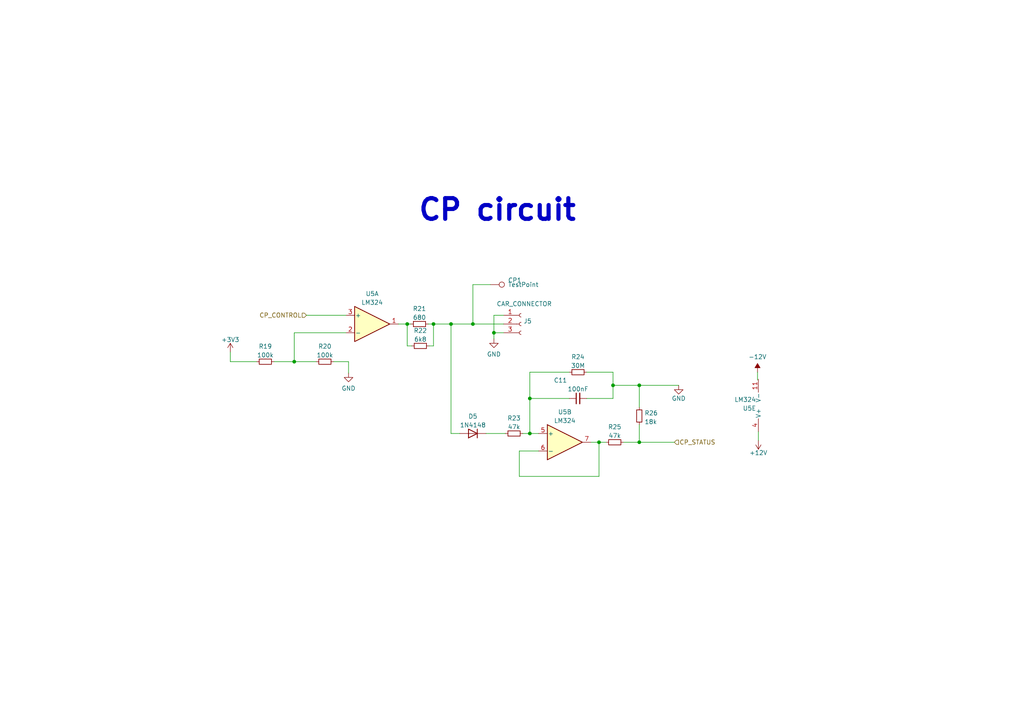
<source format=kicad_sch>
(kicad_sch (version 20230121) (generator eeschema)
  (paper "A4")
  (lib_symbols
    (symbol "Amplifier_Operational:LM324" (pin_names (offset 0.127))
      (property "Reference" "U" (at 0 5.08 0))
      (property "Value" "LM324" (at 0 -5.08 0))
      (symbol "LM324_1_1"
        (polyline (pts (xy -5.08 5.08) (xy 5.08 0) (xy -5.08 -5.08) (xy -5.08 5.08)) (stroke (width 0.254)) (fill (type background)))
        (pin output line (at 7.62 0 180) (length 2.54) (name "~") (number "1"))
        (pin input line (at -7.62 -2.54 0) (length 2.54) (name "-") (number "2"))
        (pin input line (at -7.62 2.54 0) (length 2.54) (name "+") (number "3"))
      )
      (symbol "LM324_2_1"
        (polyline (pts (xy -5.08 5.08) (xy 5.08 0) (xy -5.08 -5.08) (xy -5.08 5.08)) (stroke (width 0.254)) (fill (type background)))
        (pin input line (at -7.62 2.54 0) (length 2.54) (name "+") (number "5"))
        (pin input line (at -7.62 -2.54 0) (length 2.54) (name "-") (number "6"))
        (pin output line (at 7.62 0 180) (length 2.54) (name "~") (number "7"))
      )
      (symbol "LM324_3_1"
        (polyline (pts (xy -5.08 5.08) (xy 5.08 0) (xy -5.08 -5.08) (xy -5.08 5.08)) (stroke (width 0.254)) (fill (type background)))
        (pin input line (at -7.62 2.54 0) (length 2.54) (name "+") (number "10"))
        (pin output line (at 7.62 0 180) (length 2.54) (name "~") (number "8"))
        (pin input line (at -7.62 -2.54 0) (length 2.54) (name "-") (number "9"))
      )
      (symbol "LM324_4_1"
        (polyline (pts (xy -5.08 5.08) (xy 5.08 0) (xy -5.08 -5.08) (xy -5.08 5.08)) (stroke (width 0.254)) (fill (type background)))
        (pin input line (at -7.62 2.54 0) (length 2.54) (name "+") (number "12"))
        (pin input line (at -7.62 -2.54 0) (length 2.54) (name "-") (number "13"))
        (pin output line (at 7.62 0 180) (length 2.54) (name "~") (number "14"))
      )
      (symbol "LM324_5_1"
        (pin power_in line (at -2.54 -7.62 90) (length 3.81) (name "V-") (number "11"))
        (pin power_in line (at -2.54 7.62 270) (length 3.81) (name "V+") (number "4"))
      )
    )
    (symbol "Connector:Conn_01x03_Female" (pin_names (offset 1.016) hide)
      (property "Reference" "J" (at 0 5.08 0))
      (property "Value" "Conn_01x03_Female" (at 0 -5.08 0))
      (symbol "Conn_01x03_Female_1_1"
        (arc (start 0 -2.032) (mid -0.5058 -2.54) (end 0 -3.048) (stroke (width 0.1524)))
        (polyline (pts (xy -1.27 -2.54) (xy -0.508 -2.54)) (stroke (width 0.1524)))
        (polyline (pts (xy -1.27 0) (xy -0.508 0)) (stroke (width 0.1524)))
        (polyline (pts (xy -1.27 2.54) (xy -0.508 2.54)) (stroke (width 0.1524)))
        (arc (start 0 0.508) (mid -0.5058 0) (end 0 -0.508) (stroke (width 0.1524)))
        (arc (start 0 3.048) (mid -0.5058 2.54) (end 0 2.032) (stroke (width 0.1524)))
        (pin passive line (at -5.08 2.54 0) (length 3.81) (name "Pin_1") (number "1"))
        (pin passive line (at -5.08 0 0) (length 3.81) (name "Pin_2") (number "2"))
        (pin passive line (at -5.08 -2.54 0) (length 3.81) (name "Pin_3") (number "3"))
      )
    )
    (symbol "Connector:TestPoint" (pin_numbers hide) (pin_names (offset 0.762) hide)
      (property "Reference" "TP" (at 0 6.858 0))
      (property "Value" "TestPoint" (at 0 5.08 0))
      (symbol "TestPoint_0_1"
        (circle (center 0 3.302) (radius 0.762))
      )
      (symbol "TestPoint_1_1"
        (pin passive line (at 0 0 90) (length 2.54) (name "1") (number "1"))
      )
    )
    (symbol "Device:C_Small" (pin_numbers hide) (pin_names (offset 0.254) hide)
      (property "Reference" "C" (at 0.254 1.778 0))
      (property "Value" "C_Small" (at 0.254 -2.032 0))
      (symbol "C_Small_0_1"
        (polyline (pts (xy -1.524 -0.508) (xy 1.524 -0.508)) (stroke (width 0.3302)))
        (polyline (pts (xy -1.524 0.508) (xy 1.524 0.508)) (stroke (width 0.3048)))
      )
      (symbol "C_Small_1_1"
        (pin passive line (at 0 2.54 270) (length 2.032) (name "~") (number "1"))
        (pin passive line (at 0 -2.54 90) (length 2.032) (name "~") (number "2"))
      )
    )
    (symbol "Device:R_Small" (pin_numbers hide) (pin_names (offset 0.254) hide)
      (property "Reference" "R" (at 0.762 0.508 0))
      (property "Value" "R_Small" (at 0.762 -1.016 0))
      (symbol "R_Small_0_1"
        (rectangle (start -0.762 1.778) (end 0.762 -1.778) (stroke (width 0.2032)))
      )
      (symbol "R_Small_1_1"
        (pin passive line (at 0 2.54 270) (length 0.762) (name "~") (number "1"))
        (pin passive line (at 0 -2.54 90) (length 0.762) (name "~") (number "2"))
      )
    )
    (symbol "Diode:1N4149" (pin_numbers hide) (pin_names (offset 1.016) hide)
      (property "Reference" "D" (at 0 2.54 0))
      (property "Value" "1N4149" (at 0 -2.54 0))
      (symbol "1N4149_0_1"
        (polyline (pts (xy -1.27 1.27) (xy -1.27 -1.27)) (stroke (width 0.254)))
        (polyline (pts (xy 1.27 0) (xy -1.27 0)))
        (polyline (pts (xy 1.27 1.27) (xy 1.27 -1.27) (xy -1.27 0) (xy 1.27 1.27)) (stroke (width 0.254)))
      )
      (symbol "1N4149_1_1"
        (pin passive line (at -3.81 0 0) (length 2.54) (name "K") (number "1"))
        (pin passive line (at 3.81 0 180) (length 2.54) (name "A") (number "2"))
      )
    )
    (symbol "power:+12V" (power) (pin_names (offset 0))
      (property "Value" "+12V" (at 0 3.556 0))
      (symbol "+12V_0_1"
        (polyline (pts (xy -0.762 1.27) (xy 0 2.54)))
        (polyline (pts (xy 0 0) (xy 0 2.54)))
        (polyline (pts (xy 0 2.54) (xy 0.762 1.27)))
      )
      (symbol "+12V_1_1"
        (pin power_in line (at 0 0 90) (length 0) hide (name "+12V") (number "1"))
      )
    )
    (symbol "power:+3.3V" (power) (pin_names (offset 0))
      (property "Value" "+3.3V" (at 0 3.556 0))
      (symbol "+3.3V_0_1"
        (polyline (pts (xy -0.762 1.27) (xy 0 2.54)))
        (polyline (pts (xy 0 0) (xy 0 2.54)))
        (polyline (pts (xy 0 2.54) (xy 0.762 1.27)))
      )
      (symbol "+3.3V_1_1"
        (pin power_in line (at 0 0 90) (length 0) hide (name "+3V3") (number "1"))
      )
    )
    (symbol "power:-12V" (power) (pin_names (offset 0))
      (property "Value" "-12V" (at 0 3.81 0))
      (symbol "-12V_0_0"
        (pin power_in line (at 0 0 90) (length 0) hide (name "-12V") (number "1"))
      )
      (symbol "-12V_0_1"
        (polyline (pts (xy 0 0) (xy 0 1.27) (xy 0.762 1.27) (xy 0 2.54) (xy -0.762 1.27) (xy 0 1.27)) (fill (type outline)))
      )
    )
    (symbol "power:GND" (power) (pin_names (offset 0))
      (property "Value" "GND" (at 0 -3.81 0))
      (symbol "GND_0_1"
        (polyline (pts (xy 0 0) (xy 0 -1.27) (xy 1.27 -1.27) (xy 0 -2.54) (xy -1.27 -1.27) (xy 0 -1.27)))
      )
      (symbol "GND_1_1"
        (pin power_in line (at 0 0 270) (length 0) hide (name "GND") (number "1"))
      )
    )
  )
  (junction (at 143.256 96.52))
  (junction (at 118.11 93.98))
  (junction (at 153.67 115.57))
  (junction (at 137.16 93.98))
  (junction (at 185.42 128.27))
  (junction (at 173.736 128.27))
  (junction (at 130.81 93.98))
  (junction (at 153.67 125.73))
  (junction (at 185.42 111.76))
  (junction (at 125.73 93.98))
  (junction (at 177.8 111.76))
  (junction (at 85.344 104.902))
  (wire (pts (xy 85.344 104.902) (xy 91.694 104.902)))
  (wire (pts (xy 151.638 125.73) (xy 153.67 125.73)))
  (wire (pts (xy 115.57 93.98) (xy 118.11 93.98)))
  (wire (pts (xy 96.774 104.902) (xy 101.092 104.902)))
  (wire (pts (xy 185.42 111.76) (xy 196.85 111.76)))
  (wire (pts (xy 118.11 100.33) (xy 118.11 93.98)))
  (wire (pts (xy 219.71 110.236) (xy 219.71 107.95)))
  (wire (pts (xy 85.344 96.52) (xy 100.33 96.52)))
  (wire (pts (xy 119.38 100.33) (xy 118.11 100.33)))
  (wire (pts (xy 124.46 100.33) (xy 125.73 100.33)))
  (wire (pts (xy 124.206 93.98) (xy 125.73 93.98)))
  (wire (pts (xy 118.11 93.98) (xy 119.126 93.98)))
  (wire (pts (xy 173.736 128.27) (xy 175.768 128.27)))
  (wire (pts (xy 146.05 91.44) (xy 143.256 91.44)))
  (wire (pts (xy 177.8 111.76) (xy 177.8 115.57)))
  (wire (pts (xy 137.16 82.55) (xy 137.16 93.98)))
  (wire (pts (xy 173.736 138.176) (xy 173.736 128.27)))
  (wire (pts (xy 177.8 111.76) (xy 185.42 111.76)))
  (wire (pts (xy 140.97 125.73) (xy 146.558 125.73)))
  (wire (pts (xy 185.42 123.19) (xy 185.42 128.27)))
  (wire (pts (xy 79.502 104.902) (xy 85.344 104.902)))
  (wire (pts (xy 66.802 104.902) (xy 74.422 104.902)))
  (wire (pts (xy 171.45 128.27) (xy 173.736 128.27)))
  (wire (pts (xy 185.42 118.11) (xy 185.42 111.76)))
  (wire (pts (xy 125.73 100.33) (xy 125.73 93.98)))
  (wire (pts (xy 143.256 96.52) (xy 146.05 96.52)))
  (wire (pts (xy 150.622 130.81) (xy 150.622 138.176)))
  (wire (pts (xy 185.42 128.27) (xy 195.58 128.27)))
  (wire (pts (xy 66.802 102.108) (xy 66.802 104.902)))
  (wire (pts (xy 125.73 93.98) (xy 130.81 93.98)))
  (wire (pts (xy 130.81 93.98) (xy 137.16 93.98)))
  (wire (pts (xy 142.24 82.55) (xy 137.16 82.55)))
  (wire (pts (xy 150.622 138.176) (xy 173.736 138.176)))
  (wire (pts (xy 153.67 115.57) (xy 153.67 125.73)))
  (wire (pts (xy 143.256 91.44) (xy 143.256 96.52)))
  (wire (pts (xy 177.8 115.57) (xy 170.18 115.57)))
  (wire (pts (xy 219.964 127.762) (xy 219.964 125.222)))
  (wire (pts (xy 101.092 104.902) (xy 101.092 108.204)))
  (wire (pts (xy 137.16 93.98) (xy 146.05 93.98)))
  (wire (pts (xy 170.18 107.95) (xy 177.8 107.95)))
  (wire (pts (xy 153.67 115.57) (xy 165.1 115.57)))
  (wire (pts (xy 88.9 91.44) (xy 100.33 91.44)))
  (wire (pts (xy 130.81 125.73) (xy 130.81 93.98)))
  (wire (pts (xy 177.8 107.95) (xy 177.8 111.76)))
  (wire (pts (xy 156.21 130.81) (xy 150.622 130.81)))
  (wire (pts (xy 153.67 107.95) (xy 153.67 115.57)))
  (wire (pts (xy 180.848 128.27) (xy 185.42 128.27)))
  (wire (pts (xy 130.81 125.73) (xy 133.35 125.73)))
  (wire (pts (xy 85.344 96.52) (xy 85.344 104.902)))
  (wire (pts (xy 143.256 96.52) (xy 143.256 98.298)))
  (wire (pts (xy 153.67 107.95) (xy 165.1 107.95)))
  (wire (pts (xy 153.67 125.73) (xy 156.21 125.73)))
  (text "CP circuit\n" (at 120.904 64.516 0) (effects (font (size 6 6) (thickness 1.2) bold) (justify left bottom)))
  (hierarchical_label "CP_CONTROL" (shape input) (at 88.9 91.44 180))
  (hierarchical_label "CP_STATUS" (shape input) (at 195.58 128.27 0))
  (symbol (lib_id "power:GND") (at 196.85 111.76 0) (unit 1)
    (property "Reference" "#PWR043" (effects hide))
    (property "Value" "GND" (at 196.85 115.57 0))
  )
  (symbol (lib_id "Device:R_Small") (at 185.42 120.65 180) (unit 1)
    (property "Reference" "R26" (at 186.9186 119.8153 0) (effects (justify right)))
    (property "Value" "18k" (at 186.9186 122.3522 0) (effects (justify right)))
    (property "Footprint" "Resistor_SMD:R_0805_2012Metric_Pad1.20x1.40mm_HandSolder" (effects hide))
    (property "Cód. Proveedor" "18K 5% 0805 1/8W RES.SMD" (effects hide))
    (property "Proveedor" "Elemon" (effects hide))
  )
  (symbol (lib_id "Device:R_Small") (at 167.64 107.95 90) (unit 1)
    (property "Reference" "R24" (at 167.64 103.5136 90))
    (property "Value" "30M" (at 167.64 106.0505 90))
    (property "Footprint" "Resistor_SMD:R_0805_2012Metric_Pad1.20x1.40mm_HandSolder" (effects hide))
    (property "Cód. Proveedor" "30M 5% 0805 1/8W KTR10EZPJ306" (effects hide))
    (property "Proveedor" "Elemon" (effects hide))
  )
  (symbol (lib_id "Connector:TestPoint") (at 142.24 82.55 270) (unit 1)
    (property "Reference" "CP1" (at 147.32 81.2799 90) (effects (justify left)))
    (property "Value" "TestPoint" (at 147.32 82.55 90) (effects (justify left)))
    (property "Footprint" "TestPoint:TestPoint_Pad_1.5x1.5mm" (effects hide))
  )
  (symbol (lib_id "Device:R_Small") (at 121.666 93.98 90) (unit 1)
    (property "Reference" "R21" (at 121.666 89.5436 90))
    (property "Value" "680" (at 121.666 92.0805 90))
    (property "Footprint" "Resistor_SMD:R_0805_2012Metric_Pad1.20x1.40mm_HandSolder" (effects hide))
    (property "Cód. Proveedor" "680E 5% 0805 1/8W RES.SMD" (effects hide))
    (property "Proveedor" "Elemon" (effects hide))
  )
  (symbol (lib_id "Device:R_Small") (at 76.962 104.902 90) (unit 1)
    (property "Reference" "R19" (at 76.962 100.4656 90))
    (property "Value" "100k" (at 76.962 103.0025 90))
    (property "Footprint" "Resistor_SMD:R_0805_2012Metric_Pad1.20x1.40mm_HandSolder" (effects hide))
    (property "Cód. Proveedor" "100K 5% 0805 1/8W RES.SMD" (effects hide))
    (property "Proveedor" "Elemon" (effects hide))
  )
  (symbol (lib_id "power:GND") (at 101.092 108.204 0) (unit 1)
    (property "Reference" "#PWR041" (effects hide))
    (property "Value" "GND" (at 101.092 112.6474 0))
  )
  (symbol (lib_id "power:+12V") (at 219.964 127.762 180) (unit 1)
    (property "Reference" "#PWR045" (effects hide))
    (property "Value" "+12V" (at 219.964 131.3378 0))
  )
  (symbol (lib_id "Device:C_Small") (at 167.64 115.57 90) (unit 1)
    (property "Reference" "C11" (at 162.5663 110.3081 90))
    (property "Value" "100nF" (at 167.6463 112.845 90))
    (property "Footprint" "Capacitor_SMD:C_0805_2012Metric_Pad1.18x1.45mm_HandSolder" (effects hide))
    (property "Cód. Proveedor" "CL21B104KBCNNNC" (effects hide))
    (property "Proveedor" "Elemon" (effects hide))
  )
  (symbol (lib_id "Diode:1N4149") (at 137.16 125.73 180) (unit 1)
    (property "Reference" "D5" (at 137.16 120.7602 0))
    (property "Value" "1N4148" (at 137.16 123.2971 0))
    (property "Footprint" "Diode_SMD:D_SOD-123" (effects hide))
    (property "Datasheet" "http://www.microsemi.com/document-portal/doc_view/11580-lds-0239" (effects hide))
    (property "Cód. Proveedor" "1N4148W-E3-18" (effects hide))
    (property "Proveedor" "Elemon" (effects hide))
  )
  (symbol (lib_id "Device:R_Small") (at 121.92 100.33 90) (unit 1)
    (property "Reference" "R22" (at 121.92 95.8936 90))
    (property "Value" "6k8" (at 121.92 98.4305 90))
    (property "Footprint" "Resistor_SMD:R_0805_2012Metric_Pad1.20x1.40mm_HandSolder" (effects hide))
    (property "Cód. Proveedor" "6.8K 1% 0805 1/8W RES.SMD" (effects hide))
    (property "Proveedor" "Elemon" (effects hide))
  )
  (symbol (lib_id "Device:R_Small") (at 94.234 104.902 90) (unit 1)
    (property "Reference" "R20" (at 94.234 100.4656 90))
    (property "Value" "100k" (at 94.234 103.0025 90))
    (property "Footprint" "Resistor_SMD:R_0805_2012Metric_Pad1.20x1.40mm_HandSolder" (effects hide))
    (property "Cód. Proveedor" "100K 5% 0805 1/8W RES.SMD" (effects hide))
    (property "Proveedor" "Elemon" (effects hide))
  )
  (symbol (lib_id "Amplifier_Operational:LM324") (at 163.83 128.27 0) (unit 2)
    (property "Reference" "U5" (at 163.83 119.4902 0))
    (property "Value" "LM324" (at 163.83 122.0271 0))
    (property "Footprint" "Package_SO:SO-14_3.9x8.65mm_P1.27mm" (effects hide))
    (property "Datasheet" "http://www.ti.com/lit/ds/symlink/lm2902-n.pdf" (effects hide))
    (property "Cód. Proveedor" "LM324D" (effects hide))
    (property "Proveedor" "Elemon" (effects hide))
  )
  (symbol (lib_id "Connector:Conn_01x03_Female") (at 151.13 93.98 0) (unit 1)
    (property "Reference" "J5" (at 151.8412 93.1453 0) (effects (justify left)))
    (property "Value" "CAR_CONNECTOR" (at 144.018 88.138 0) (effects (justify left)))
    (property "Footprint" "Connector_TE-Connectivity:TE_826576-3_1x03_P3.96mm_Vertical" (effects hide))
  )
  (symbol (lib_id "Device:R_Small") (at 178.308 128.27 90) (unit 1)
    (property "Reference" "R25" (at 178.308 123.8336 90))
    (property "Value" "47k" (at 178.308 126.3705 90))
    (property "Footprint" "Resistor_SMD:R_0805_2012Metric_Pad1.20x1.40mm_HandSolder" (effects hide))
    (property "Cód. Proveedor" "47K 5% 0805 1/8W RES.SMD" (effects hide))
    (property "Proveedor" "Elemon" (effects hide))
  )
  (symbol (lib_id "Device:R_Small") (at 149.098 125.73 90) (unit 1)
    (property "Reference" "R23" (at 149.098 121.2936 90))
    (property "Value" "47k" (at 149.098 123.8305 90))
    (property "Footprint" "Resistor_SMD:R_0805_2012Metric_Pad1.20x1.40mm_HandSolder" (effects hide))
    (property "Proveedor" "Elemon" (effects hide))
    (property "Cód. Proveedor" "47K 5% 0805 1/8W RES.SMD" (effects hide))
  )
  (symbol (lib_id "Amplifier_Operational:LM324") (at 217.424 117.602 180) (unit 5)
    (property "Reference" "U5" (at 219.329 118.4367 0) (effects (justify left)))
    (property "Value" "LM324" (at 219.329 115.8998 0) (effects (justify left)))
    (property "Footprint" "Package_SO:SO-14_3.9x8.65mm_P1.27mm" (effects hide))
    (property "Datasheet" "http://www.ti.com/lit/ds/symlink/lm2902-n.pdf" (effects hide))
    (property "Cód. Proveedor" "LM324D" (effects hide))
    (property "Proveedor" "Elemon" (effects hide))
  )
  (symbol (lib_id "power:-12V") (at 219.71 107.95 0) (unit 1)
    (property "Reference" "#PWR044" (effects hide))
    (property "Value" "-12V" (at 219.71 103.5066 0))
  )
  (symbol (lib_id "Amplifier_Operational:LM324") (at 107.95 93.98 0) (unit 1)
    (property "Reference" "U5" (at 107.95 85.2002 0))
    (property "Value" "LM324" (at 107.95 87.7371 0))
    (property "Footprint" "Package_SO:SO-14_3.9x8.65mm_P1.27mm" (effects hide))
    (property "Datasheet" "http://www.ti.com/lit/ds/symlink/lm2902-n.pdf" (effects hide))
    (property "Cód. Proveedor" "LM324D" (effects hide))
    (property "Proveedor" "Elemon" (effects hide))
  )
  (symbol (lib_id "power:GND") (at 143.256 98.298 0) (unit 1)
    (property "Reference" "#PWR042" (effects hide))
    (property "Value" "GND" (at 143.256 102.7414 0))
  )
  (symbol (lib_id "power:+3.3V") (at 66.802 102.108 0) (unit 1)
    (property "Reference" "#PWR040" (effects hide))
    (property "Value" "+3.3V" (at 66.802 98.5322 0))
  )
)
</source>
